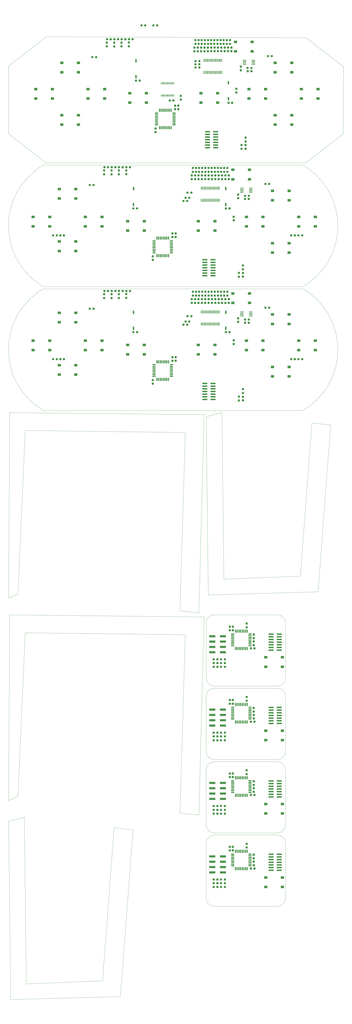
<source format=gbr>
%TF.GenerationSoftware,KiCad,Pcbnew,7.0.6-7.0.6~ubuntu20.04.1*%
%TF.CreationDate,2023-07-11T09:29:22+02:00*%
%TF.ProjectId,output_panel2023-07-11_072908.4244690000,6f757470-7574-45f7-9061-6e656c323032,rev?*%
%TF.SameCoordinates,Original*%
%TF.FileFunction,Paste,Top*%
%TF.FilePolarity,Positive*%
%FSLAX45Y45*%
G04 Gerber Fmt 4.5, Leading zero omitted, Abs format (unit mm)*
G04 Created by KiCad (PCBNEW 7.0.6-7.0.6~ubuntu20.04.1) date 2023-07-11 09:29:22*
%MOMM*%
%LPD*%
G01*
G04 APERTURE LIST*
G04 Aperture macros list*
%AMRoundRect*
0 Rectangle with rounded corners*
0 $1 Rounding radius*
0 $2 $3 $4 $5 $6 $7 $8 $9 X,Y pos of 4 corners*
0 Add a 4 corners polygon primitive as box body*
4,1,4,$2,$3,$4,$5,$6,$7,$8,$9,$2,$3,0*
0 Add four circle primitives for the rounded corners*
1,1,$1+$1,$2,$3*
1,1,$1+$1,$4,$5*
1,1,$1+$1,$6,$7*
1,1,$1+$1,$8,$9*
0 Add four rect primitives between the rounded corners*
20,1,$1+$1,$2,$3,$4,$5,0*
20,1,$1+$1,$4,$5,$6,$7,0*
20,1,$1+$1,$6,$7,$8,$9,0*
20,1,$1+$1,$8,$9,$2,$3,0*%
G04 Aperture macros list end*
%TA.AperFunction,Profile*%
%ADD10C,0.100000*%
%TD*%
%TA.AperFunction,Profile*%
%ADD11C,0.050000*%
%TD*%
%ADD12RoundRect,0.237500X-0.237500X0.250000X-0.237500X-0.250000X0.237500X-0.250000X0.237500X0.250000X0*%
%ADD13RoundRect,0.237500X-0.250000X-0.237500X0.250000X-0.237500X0.250000X0.237500X-0.250000X0.237500X0*%
%ADD14RoundRect,0.237500X-0.300000X-0.237500X0.300000X-0.237500X0.300000X0.237500X-0.300000X0.237500X0*%
%ADD15RoundRect,0.237500X-0.287500X-0.237500X0.287500X-0.237500X0.287500X0.237500X-0.287500X0.237500X0*%
%ADD16R,1.550000X1.300000*%
%ADD17RoundRect,0.237500X-0.237500X0.300000X-0.237500X-0.300000X0.237500X-0.300000X0.237500X0.300000X0*%
%ADD18RoundRect,0.100000X0.100000X-0.637500X0.100000X0.637500X-0.100000X0.637500X-0.100000X-0.637500X0*%
%ADD19RoundRect,0.237500X-0.237500X0.287500X-0.237500X-0.287500X0.237500X-0.287500X0.237500X0.287500X0*%
%ADD20R,0.760000X1.600000*%
%ADD21RoundRect,0.237500X0.237500X-0.250000X0.237500X0.250000X-0.237500X0.250000X-0.237500X-0.250000X0*%
%ADD22RoundRect,0.237500X0.250000X0.237500X-0.250000X0.237500X-0.250000X-0.237500X0.250000X-0.237500X0*%
%ADD23RoundRect,0.237500X0.237500X-0.300000X0.237500X0.300000X-0.237500X0.300000X-0.237500X-0.300000X0*%
%ADD24R,2.400000X0.740000*%
%ADD25RoundRect,0.237500X0.287500X0.237500X-0.287500X0.237500X-0.287500X-0.237500X0.287500X-0.237500X0*%
%ADD26R,3.000000X1.000000*%
%ADD27RoundRect,0.100000X-0.712500X-0.100000X0.712500X-0.100000X0.712500X0.100000X-0.712500X0.100000X0*%
%ADD28RoundRect,0.237500X0.300000X0.237500X-0.300000X0.237500X-0.300000X-0.237500X0.300000X-0.237500X0*%
%ADD29RoundRect,0.125000X0.625000X0.125000X-0.625000X0.125000X-0.625000X-0.125000X0.625000X-0.125000X0*%
%ADD30RoundRect,0.125000X0.125000X0.625000X-0.125000X0.625000X-0.125000X-0.625000X0.125000X-0.625000X0*%
%ADD31RoundRect,0.125000X0.125000X-0.625000X0.125000X0.625000X-0.125000X0.625000X-0.125000X-0.625000X0*%
%ADD32RoundRect,0.125000X0.625000X-0.125000X0.625000X0.125000X-0.625000X0.125000X-0.625000X-0.125000X0*%
%ADD33R,0.400000X1.000000*%
G04 APERTURE END LIST*
D10*
X13299982Y-35019691D02*
X13299982Y-37619691D01*
D11*
X4549997Y-45067694D02*
X899996Y-45217694D01*
X99999Y-17969997D02*
X9399999Y-18069997D01*
D10*
X13299982Y-28019691D02*
X13299982Y-30619691D01*
D11*
X9149999Y-37169688D02*
X8249999Y-37069688D01*
D10*
X13299982Y-38519691D02*
X13299982Y-41119691D01*
X9899982Y-27619691D02*
X12899982Y-27619691D01*
D11*
X14123822Y-17870000D02*
G75*
G03*
X14123822Y-12070000I-1674316J2900000D01*
G01*
D10*
X12899982Y-34519692D02*
G75*
G03*
X13299982Y-34119691I-2J400002D01*
G01*
D11*
X49999Y-26819997D02*
X99999Y-17969997D01*
D10*
X16070000Y-1480000D02*
X16050000Y-4670000D01*
D11*
X1723822Y-12070000D02*
G75*
G03*
X1723822Y-17870000I1674316J-2900000D01*
G01*
D10*
X9499979Y-37619691D02*
G75*
G03*
X9899982Y-38019691I400001J1D01*
G01*
X1723822Y-6170000D02*
X14123822Y-6170000D01*
X1850000Y-50000D02*
X14270000Y-90000D01*
D11*
X49996Y-37467694D02*
X149997Y-45967694D01*
D10*
X9899982Y-34619691D02*
X12899982Y-34619691D01*
D11*
X899996Y-45217694D02*
X799996Y-37267694D01*
D10*
X9899982Y-38119692D02*
G75*
G03*
X9499982Y-38519691I-2J-399998D01*
G01*
D11*
X9399999Y-27719688D02*
X9149999Y-37169688D01*
D10*
X1850000Y-6070000D02*
X50000Y-4670000D01*
X13299979Y-38519691D02*
G75*
G03*
X12899982Y-38119691I-399999J1D01*
G01*
D11*
X499999Y-26619997D02*
X49999Y-26819997D01*
D10*
X14270000Y-90000D02*
X16070000Y-1480000D01*
X1723822Y-17870000D02*
X14123822Y-17870000D01*
X13299979Y-28019691D02*
G75*
G03*
X12899982Y-27619691I-399999J1D01*
G01*
X1723822Y-11970000D02*
X14123822Y-11970000D01*
X9899982Y-31119691D02*
X12899982Y-31119691D01*
D11*
X8499999Y-28569688D02*
X849999Y-28469688D01*
X849999Y-18819997D02*
X499999Y-26619997D01*
D10*
X14250000Y-6070000D02*
X1850000Y-6070000D01*
X1723822Y-12070000D02*
X14123822Y-12070000D01*
D11*
X14123822Y-11970000D02*
G75*
G03*
X14123822Y-6170000I-1674316J2900000D01*
G01*
D10*
X9899982Y-38119691D02*
X12899982Y-38119691D01*
X13299979Y-31519691D02*
G75*
G03*
X12899982Y-31119691I-399999J1D01*
G01*
D11*
X8249999Y-27419997D02*
X8499999Y-18919997D01*
D10*
X16050000Y-4670000D02*
X14250000Y-6070000D01*
X50000Y-1450000D02*
X1850000Y-50000D01*
X13299982Y-31519691D02*
X13299982Y-34119691D01*
X9499979Y-41119691D02*
G75*
G03*
X9899982Y-41519691I400001J1D01*
G01*
D11*
X10349978Y-25918311D02*
X10249978Y-17968311D01*
X9499978Y-18168311D02*
X9599978Y-26668311D01*
D10*
X13299979Y-35019691D02*
G75*
G03*
X12899982Y-34619691I-399999J1D01*
G01*
X9499979Y-30619691D02*
G75*
G03*
X9899982Y-31019691I400001J1D01*
G01*
X12899982Y-38019691D02*
X9899982Y-38019691D01*
D11*
X8249999Y-37069688D02*
X8499999Y-28569688D01*
X499999Y-36269688D02*
X49999Y-36469688D01*
D10*
X12899982Y-41519692D02*
G75*
G03*
X13299982Y-41119691I-2J400002D01*
G01*
D11*
X14549978Y-18468311D02*
X13999978Y-25768311D01*
X5399997Y-45817694D02*
X5999996Y-37867694D01*
X14849978Y-26518311D02*
X15449978Y-18568311D01*
X15449978Y-18568311D02*
X14549978Y-18468311D01*
D10*
X9499982Y-30619691D02*
X9499982Y-28019691D01*
D11*
X9149999Y-27519997D02*
X8249999Y-27419997D01*
D10*
X9499979Y-34119691D02*
G75*
G03*
X9899982Y-34519691I400001J1D01*
G01*
D11*
X13999978Y-25768311D02*
X10349978Y-25918311D01*
D10*
X9499982Y-37619691D02*
X9499982Y-35019691D01*
X9899982Y-34619692D02*
G75*
G03*
X9499982Y-35019691I-2J-399998D01*
G01*
X9899982Y-27619692D02*
G75*
G03*
X9499982Y-28019691I-2J-399998D01*
G01*
X9499982Y-34119691D02*
X9499982Y-31519691D01*
D11*
X49999Y-36469688D02*
X99999Y-27619688D01*
X99999Y-27619688D02*
X9399999Y-27719688D01*
X149997Y-45967694D02*
X5399997Y-45817694D01*
D10*
X12899982Y-34519691D02*
X9899982Y-34519691D01*
D11*
X1723822Y-6170000D02*
G75*
G03*
X1723822Y-11970000I1674316J-2900000D01*
G01*
X849999Y-28469688D02*
X499999Y-36269688D01*
D10*
X9899982Y-31119692D02*
G75*
G03*
X9499982Y-31519691I-2J-399998D01*
G01*
X12899982Y-31019692D02*
G75*
G03*
X13299982Y-30619691I-2J400002D01*
G01*
D11*
X8499999Y-18919997D02*
X849999Y-18819997D01*
D10*
X12899982Y-41519691D02*
X9899982Y-41519691D01*
D11*
X9399999Y-18069997D02*
X9149999Y-27519997D01*
D10*
X50000Y-4670000D02*
X50000Y-1450000D01*
X12899982Y-31019691D02*
X9899982Y-31019691D01*
D11*
X5099997Y-37767694D02*
X4549997Y-45067694D01*
X799996Y-37267694D02*
X49996Y-37467694D01*
D10*
X12899982Y-38019692D02*
G75*
G03*
X13299982Y-37619691I-2J400002D01*
G01*
D11*
X5999996Y-37867694D02*
X5099997Y-37767694D01*
X9599978Y-26668311D02*
X14849978Y-26518311D01*
D10*
X9499982Y-41119691D02*
X9499982Y-38519691D01*
D11*
X10249978Y-17968311D02*
X9499978Y-18168311D01*
D12*
X11063822Y-17212500D03*
X11063822Y-17395000D03*
D13*
X10210607Y-40239691D03*
X10393107Y-40239691D03*
D14*
X10447072Y-8240000D03*
X10619572Y-8240000D03*
D15*
X5686322Y-12170000D03*
X5861322Y-12170000D03*
D16*
X2476322Y-13215000D03*
X3271322Y-13215000D03*
X2476322Y-13665000D03*
X3271322Y-13665000D03*
D13*
X10210607Y-29739691D03*
X10393107Y-29739691D03*
D12*
X11063822Y-11312500D03*
X11063822Y-11495000D03*
D13*
X3932572Y-13020000D03*
X4115072Y-13020000D03*
D12*
X5328822Y-6426250D03*
X5328822Y-6608750D03*
D17*
X8046222Y-15330950D03*
X8046222Y-15503450D03*
D18*
X9274722Y-7847650D03*
X9339722Y-7847650D03*
X9404722Y-7847650D03*
X9469722Y-7847650D03*
X9534722Y-7847650D03*
X9599722Y-7847650D03*
X9664722Y-7847650D03*
X9729722Y-7847650D03*
X9794722Y-7847650D03*
X9859722Y-7847650D03*
X9924722Y-7847650D03*
X9989722Y-7847650D03*
X10054722Y-7847650D03*
X10119722Y-7847650D03*
X10119722Y-7275150D03*
X10054722Y-7275150D03*
X9989722Y-7275150D03*
X9924722Y-7275150D03*
X9859722Y-7275150D03*
X9794722Y-7275150D03*
X9729722Y-7275150D03*
X9664722Y-7275150D03*
X9599722Y-7275150D03*
X9534722Y-7275150D03*
X9469722Y-7275150D03*
X9404722Y-7275150D03*
X9339722Y-7275150D03*
X9274722Y-7275150D03*
D12*
X5328822Y-12326250D03*
X5328822Y-12508750D03*
D15*
X4762500Y-170000D03*
X4937500Y-170000D03*
D13*
X6978750Y490000D03*
X7161250Y490000D03*
D16*
X5852500Y-2745000D03*
X6647500Y-2745000D03*
X5852500Y-3195000D03*
X6647500Y-3195000D03*
X14052500Y-2545000D03*
X14847500Y-2545000D03*
X14052500Y-2995000D03*
X14847500Y-2995000D03*
D17*
X10823322Y-14532000D03*
X10823322Y-14704500D03*
D19*
X9781322Y-6662500D03*
X9781322Y-6837500D03*
D20*
X6023822Y-13951000D03*
X6023822Y-13189000D03*
D21*
X10340000Y-392500D03*
X10340000Y-210000D03*
D13*
X10210607Y-33419691D03*
X10393107Y-33419691D03*
D15*
X11362322Y-7790000D03*
X11537322Y-7790000D03*
D16*
X5747322Y-14745000D03*
X6542322Y-14745000D03*
X5747322Y-15195000D03*
X6542322Y-15195000D03*
D19*
X10067500Y-562500D03*
X10067500Y-737500D03*
D15*
X4986322Y-12170000D03*
X5161322Y-12170000D03*
D16*
X11552500Y-2545000D03*
X12347500Y-2545000D03*
X11552500Y-2995000D03*
X12347500Y-2995000D03*
D22*
X9178050Y-1359800D03*
X8995550Y-1359800D03*
D23*
X11775982Y-35730941D03*
X11775982Y-35558441D03*
D16*
X12676322Y-7395000D03*
X13471322Y-7395000D03*
X12676322Y-7845000D03*
X13471322Y-7845000D03*
D22*
X8696072Y-7730000D03*
X8513572Y-7730000D03*
D24*
X12994982Y-39800691D03*
X12604982Y-39800691D03*
X12994982Y-39673691D03*
X12604982Y-39673691D03*
X12994982Y-39546691D03*
X12604982Y-39546691D03*
X12994982Y-39419691D03*
X12604982Y-39419691D03*
X12994982Y-39292691D03*
X12604982Y-39292691D03*
X12994982Y-39165691D03*
X12604982Y-39165691D03*
X12994982Y-39038691D03*
X12604982Y-39038691D03*
D16*
X2476322Y-15715000D03*
X3271322Y-15715000D03*
X2476322Y-16165000D03*
X3271322Y-16165000D03*
X12676322Y-15795000D03*
X13471322Y-15795000D03*
X12676322Y-16245000D03*
X13471322Y-16245000D03*
D17*
X10823322Y-8632000D03*
X10823322Y-8804500D03*
D19*
X10101322Y-12562500D03*
X10101322Y-12737500D03*
D13*
X6017572Y-8240000D03*
X6200072Y-8240000D03*
D25*
X10039357Y-37099691D03*
X9864357Y-37099691D03*
D21*
X9140000Y-392500D03*
X9140000Y-210000D03*
X9313822Y-6492500D03*
X9313822Y-6310000D03*
D19*
X10261322Y-12562500D03*
X10261322Y-12737500D03*
D17*
X7893822Y-15330950D03*
X7893822Y-15503450D03*
D19*
X10710000Y-562500D03*
X10710000Y-737500D03*
D22*
X8796072Y-7480000D03*
X8613572Y-7480000D03*
D13*
X10210607Y-29919691D03*
X10393107Y-29919691D03*
X6143750Y-2140000D03*
X6326250Y-2140000D03*
D21*
X9890000Y-392500D03*
X9890000Y-210000D03*
D13*
X10210607Y-37099691D03*
X10393107Y-37099691D03*
D21*
X9613822Y-6492500D03*
X9613822Y-6310000D03*
D17*
X8020000Y-3330950D03*
X8020000Y-3503450D03*
D25*
X10039357Y-33599691D03*
X9864357Y-33599691D03*
D22*
X8696072Y-13630000D03*
X8513572Y-13630000D03*
D13*
X12332572Y-12970000D03*
X12515072Y-12970000D03*
D19*
X10101322Y-6662500D03*
X10101322Y-6837500D03*
D21*
X8863822Y-6492500D03*
X8863822Y-6310000D03*
D16*
X1226322Y-14545000D03*
X2021322Y-14545000D03*
X1226322Y-14995000D03*
X2021322Y-14995000D03*
D12*
X5455000Y-326250D03*
X5455000Y-508750D03*
D15*
X5462500Y-170000D03*
X5637500Y-170000D03*
D16*
X13926322Y-14545000D03*
X14721322Y-14545000D03*
X13926322Y-14995000D03*
X14721322Y-14995000D03*
D14*
X11638982Y-36213691D03*
X11811482Y-36213691D03*
D19*
X9102500Y-565000D03*
X9102500Y-740000D03*
D14*
X11638982Y-29213691D03*
X11811482Y-29213691D03*
D25*
X10039357Y-33239691D03*
X9864357Y-33239691D03*
D23*
X10779982Y-28355941D03*
X10779982Y-28183441D03*
X10629982Y-28355941D03*
X10629982Y-28183441D03*
D26*
X9797982Y-29400691D03*
X10301982Y-29400691D03*
X9797982Y-29146691D03*
X10301982Y-29146691D03*
X9797982Y-28892691D03*
X10301982Y-28892691D03*
X9797982Y-28638691D03*
X10301982Y-28638691D03*
D27*
X11212572Y-7272500D03*
X11212572Y-7337500D03*
X11212572Y-7402500D03*
X11212572Y-7467500D03*
X11635072Y-7467500D03*
X11635072Y-7402500D03*
X11635072Y-7337500D03*
X11635072Y-7272500D03*
D13*
X8413572Y-13780000D03*
X8596072Y-13780000D03*
D23*
X11775982Y-39561191D03*
X11775982Y-39388691D03*
D15*
X5686322Y-6270000D03*
X5861322Y-6270000D03*
D19*
X9907500Y-562500D03*
X9907500Y-737500D03*
D25*
X10039357Y-40419691D03*
X9864357Y-40419691D03*
D21*
X9440000Y-392500D03*
X9440000Y-210000D03*
D26*
X9797982Y-36400691D03*
X10301982Y-36400691D03*
X9797982Y-36146691D03*
X10301982Y-36146691D03*
X9797982Y-35892691D03*
X10301982Y-35892691D03*
X9797982Y-35638691D03*
X10301982Y-35638691D03*
D17*
X11390000Y-5217500D03*
X11390000Y-5390000D03*
D19*
X9745000Y-563750D03*
X9745000Y-738750D03*
D24*
X9441322Y-16583000D03*
X9831322Y-16583000D03*
X9441322Y-16710000D03*
X9831322Y-16710000D03*
X9441322Y-16837000D03*
X9831322Y-16837000D03*
X9441322Y-16964000D03*
X9831322Y-16964000D03*
X9441322Y-17091000D03*
X9831322Y-17091000D03*
X9441322Y-17218000D03*
X9831322Y-17218000D03*
X9441322Y-17345000D03*
X9831322Y-17345000D03*
D12*
X4626322Y-12326250D03*
X4626322Y-12508750D03*
D21*
X9913822Y-6492500D03*
X9913822Y-6310000D03*
X9463822Y-12392500D03*
X9463822Y-12210000D03*
D13*
X11484750Y-1537600D03*
X11667250Y-1537600D03*
D17*
X6954022Y-16423150D03*
X6954022Y-16595650D03*
D25*
X10039357Y-30099691D03*
X9864357Y-30099691D03*
D19*
X10421322Y-12562500D03*
X10421322Y-12737500D03*
D25*
X10039357Y-40239691D03*
X9864357Y-40239691D03*
D14*
X11638982Y-39713691D03*
X11811482Y-39713691D03*
D25*
X10039357Y-36739691D03*
X9864357Y-36739691D03*
D16*
X2602500Y-1295000D03*
X3397500Y-1295000D03*
X2602500Y-1745000D03*
X3397500Y-1745000D03*
D15*
X5812500Y-170000D03*
X5987500Y-170000D03*
D12*
X5102500Y-328750D03*
X5102500Y-511250D03*
D21*
X11441982Y-31717941D03*
X11441982Y-31535441D03*
D13*
X10210607Y-40599691D03*
X10393107Y-40599691D03*
X10210607Y-40419691D03*
X10393107Y-40419691D03*
D21*
X10213822Y-6492500D03*
X10213822Y-6310000D03*
D19*
X9941322Y-12562500D03*
X9941322Y-12737500D03*
D13*
X12458750Y-970000D03*
X12641250Y-970000D03*
D28*
X7936250Y-3090000D03*
X7763750Y-3090000D03*
D24*
X9567500Y-4583000D03*
X9957500Y-4583000D03*
X9567500Y-4710000D03*
X9957500Y-4710000D03*
X9567500Y-4837000D03*
X9957500Y-4837000D03*
X9567500Y-4964000D03*
X9957500Y-4964000D03*
X9567500Y-5091000D03*
X9957500Y-5091000D03*
X9567500Y-5218000D03*
X9957500Y-5218000D03*
X9567500Y-5345000D03*
X9957500Y-5345000D03*
D13*
X8995550Y-1512200D03*
X9178050Y-1512200D03*
D20*
X10440822Y-8051000D03*
X10440822Y-7289000D03*
D19*
X10261322Y-6662500D03*
X10261322Y-6837500D03*
X9136322Y-12565000D03*
X9136322Y-12740000D03*
D16*
X10776322Y-12295000D03*
X11571322Y-12295000D03*
X10776322Y-12745000D03*
X11571322Y-12745000D03*
D23*
X11775982Y-32561191D03*
X11775982Y-32388691D03*
D13*
X11358572Y-13537600D03*
X11541072Y-13537600D03*
D16*
X2476322Y-9815000D03*
X3271322Y-9815000D03*
X2476322Y-10265000D03*
X3271322Y-10265000D03*
D19*
X9619822Y-6663750D03*
X9619822Y-6838750D03*
D29*
X11602482Y-32589691D03*
X11602482Y-32509691D03*
X11602482Y-32429691D03*
X11602482Y-32349691D03*
X11602482Y-32269691D03*
X11602482Y-32189691D03*
X11602482Y-32109691D03*
X11602482Y-32029691D03*
D30*
X11464982Y-31892191D03*
X11384982Y-31892191D03*
X11304982Y-31892191D03*
X11224982Y-31892191D03*
X11144982Y-31892191D03*
X11064982Y-31892191D03*
X10984982Y-31892191D03*
X10904982Y-31892191D03*
D29*
X10767482Y-32029691D03*
X10767482Y-32109691D03*
X10767482Y-32189691D03*
X10767482Y-32269691D03*
X10767482Y-32349691D03*
X10767482Y-32429691D03*
X10767482Y-32509691D03*
X10767482Y-32589691D03*
D30*
X10904982Y-32727191D03*
X10984982Y-32727191D03*
X11064982Y-32727191D03*
X11144982Y-32727191D03*
X11224982Y-32727191D03*
X11304982Y-32727191D03*
X11384982Y-32727191D03*
X11464982Y-32727191D03*
D20*
X6023822Y-8051000D03*
X6023822Y-7289000D03*
X10440822Y-13951000D03*
X10440822Y-13189000D03*
D17*
X8046222Y-9430950D03*
X8046222Y-9603450D03*
D16*
X9126322Y-14745000D03*
X9921322Y-14745000D03*
X9126322Y-15195000D03*
X9921322Y-15195000D03*
X13147482Y-37094691D03*
X12352482Y-37094691D03*
X13147482Y-36644691D03*
X12352482Y-36644691D03*
D24*
X12994982Y-36300691D03*
X12604982Y-36300691D03*
X12994982Y-36173691D03*
X12604982Y-36173691D03*
X12994982Y-36046691D03*
X12604982Y-36046691D03*
X12994982Y-35919691D03*
X12604982Y-35919691D03*
X12994982Y-35792691D03*
X12604982Y-35792691D03*
X12994982Y-35665691D03*
X12604982Y-35665691D03*
X12994982Y-35538691D03*
X12604982Y-35538691D03*
D26*
X9797982Y-32900691D03*
X10301982Y-32900691D03*
X9797982Y-32646691D03*
X10301982Y-32646691D03*
X9797982Y-32392691D03*
X10301982Y-32392691D03*
X9797982Y-32138691D03*
X10301982Y-32138691D03*
D13*
X10210607Y-33599691D03*
X10393107Y-33599691D03*
D31*
X7270000Y-4387500D03*
X7350000Y-4387500D03*
X7430000Y-4387500D03*
X7510000Y-4387500D03*
X7590000Y-4387500D03*
X7670000Y-4387500D03*
X7750000Y-4387500D03*
X7830000Y-4387500D03*
D32*
X7967500Y-4250000D03*
X7967500Y-4170000D03*
X7967500Y-4090000D03*
X7967500Y-4010000D03*
X7967500Y-3930000D03*
X7967500Y-3850000D03*
X7967500Y-3770000D03*
X7967500Y-3690000D03*
D31*
X7830000Y-3552500D03*
X7750000Y-3552500D03*
X7670000Y-3552500D03*
X7590000Y-3552500D03*
X7510000Y-3552500D03*
X7430000Y-3552500D03*
X7350000Y-3552500D03*
X7270000Y-3552500D03*
D32*
X7132500Y-3690000D03*
X7132500Y-3770000D03*
X7132500Y-3850000D03*
X7132500Y-3930000D03*
X7132500Y-4010000D03*
X7132500Y-4090000D03*
X7132500Y-4170000D03*
X7132500Y-4250000D03*
D16*
X3726322Y-8645000D03*
X4521322Y-8645000D03*
X3726322Y-9095000D03*
X4521322Y-9095000D03*
D19*
X8976222Y-6665000D03*
X8976222Y-6840000D03*
D13*
X10210607Y-36919691D03*
X10393107Y-36919691D03*
D19*
X9296322Y-6665000D03*
X9296322Y-6840000D03*
X9941322Y-6662500D03*
X9941322Y-6837500D03*
D12*
X4976322Y-6428750D03*
X4976322Y-6611250D03*
D23*
X11775982Y-32230941D03*
X11775982Y-32058441D03*
D14*
X10573250Y-3197000D03*
X10745750Y-3197000D03*
D21*
X9590000Y-392500D03*
X9590000Y-210000D03*
D17*
X11263822Y-17217500D03*
X11263822Y-17390000D03*
D21*
X9613822Y-12392500D03*
X9613822Y-12210000D03*
D19*
X8942500Y-565000D03*
X8942500Y-740000D03*
D16*
X13147482Y-40594691D03*
X12352482Y-40594691D03*
X13147482Y-40144691D03*
X12352482Y-40144691D03*
D21*
X9313822Y-12392500D03*
X9313822Y-12210000D03*
D27*
X11338750Y-1172500D03*
X11338750Y-1237500D03*
X11338750Y-1302500D03*
X11338750Y-1367500D03*
X11761250Y-1367500D03*
X11761250Y-1302500D03*
X11761250Y-1237500D03*
X11761250Y-1172500D03*
D20*
X6150000Y-1951000D03*
X6150000Y-1189000D03*
D16*
X10776322Y-6395000D03*
X11571322Y-6395000D03*
X10776322Y-6845000D03*
X11571322Y-6845000D03*
D19*
X10547500Y-562500D03*
X10547500Y-737500D03*
D21*
X10063822Y-12392500D03*
X10063822Y-12210000D03*
D19*
X8816322Y-6665000D03*
X8816322Y-6840000D03*
X9456322Y-12565000D03*
X9456322Y-12740000D03*
D22*
X2365870Y-15425000D03*
X2183370Y-15425000D03*
D23*
X10629982Y-38855941D03*
X10629982Y-38683441D03*
D24*
X12994982Y-32800691D03*
X12604982Y-32800691D03*
X12994982Y-32673691D03*
X12604982Y-32673691D03*
X12994982Y-32546691D03*
X12604982Y-32546691D03*
X12994982Y-32419691D03*
X12604982Y-32419691D03*
X12994982Y-32292691D03*
X12604982Y-32292691D03*
X12994982Y-32165691D03*
X12604982Y-32165691D03*
X12994982Y-32038691D03*
X12604982Y-32038691D03*
D12*
X11190000Y-5212500D03*
X11190000Y-5395000D03*
D19*
X9262500Y-565000D03*
X9262500Y-740000D03*
D23*
X10629982Y-31855941D03*
X10629982Y-31683441D03*
D12*
X5683822Y-12321250D03*
X5683822Y-12503750D03*
D25*
X10039357Y-29919691D03*
X9864357Y-29919691D03*
D24*
X9441322Y-10683000D03*
X9831322Y-10683000D03*
X9441322Y-10810000D03*
X9831322Y-10810000D03*
X9441322Y-10937000D03*
X9831322Y-10937000D03*
X9441322Y-11064000D03*
X9831322Y-11064000D03*
X9441322Y-11191000D03*
X9831322Y-11191000D03*
X9441322Y-11318000D03*
X9831322Y-11318000D03*
X9441322Y-11445000D03*
X9831322Y-11445000D03*
D15*
X5112500Y-170000D03*
X5287500Y-170000D03*
D12*
X4752500Y-326250D03*
X4752500Y-508750D03*
D19*
X8816322Y-12565000D03*
X8816322Y-12740000D03*
D21*
X10213822Y-12392500D03*
X10213822Y-12210000D03*
D16*
X9252500Y-2745000D03*
X10047500Y-2745000D03*
X9252500Y-3195000D03*
X10047500Y-3195000D03*
D21*
X10490000Y-392500D03*
X10490000Y-210000D03*
D19*
X10421322Y-6662500D03*
X10421322Y-6837500D03*
D13*
X10210607Y-33239691D03*
X10393107Y-33239691D03*
D27*
X11212572Y-13172500D03*
X11212572Y-13237500D03*
X11212572Y-13302500D03*
X11212572Y-13367500D03*
X11635072Y-13367500D03*
X11635072Y-13302500D03*
X11635072Y-13237500D03*
X11635072Y-13172500D03*
D14*
X2528370Y-9525000D03*
X2700870Y-9525000D03*
D19*
X9422500Y-565000D03*
X9422500Y-740000D03*
D21*
X11441982Y-38717941D03*
X11441982Y-38535441D03*
D16*
X11426322Y-14545000D03*
X12221322Y-14545000D03*
X11426322Y-14995000D03*
X12221322Y-14995000D03*
D21*
X10040000Y-392500D03*
X10040000Y-210000D03*
D20*
X10567000Y-3008000D03*
X10567000Y-2246000D03*
D19*
X10387500Y-562500D03*
X10387500Y-737500D03*
D21*
X9013822Y-12392500D03*
X9013822Y-12210000D03*
D13*
X10210607Y-36739691D03*
X10393107Y-36739691D03*
D12*
X11263822Y-16858750D03*
X11263822Y-17041250D03*
D21*
X8290000Y-3050000D03*
X8290000Y-2867500D03*
D13*
X8413572Y-7880000D03*
X8596072Y-7880000D03*
D12*
X11263822Y-10958750D03*
X11263822Y-11141250D03*
D23*
X11775982Y-28730941D03*
X11775982Y-28558441D03*
D16*
X1352500Y-2545000D03*
X2147500Y-2545000D03*
X1352500Y-2995000D03*
X2147500Y-2995000D03*
D21*
X9913822Y-12392500D03*
X9913822Y-12210000D03*
D24*
X12994982Y-29300691D03*
X12604982Y-29300691D03*
X12994982Y-29173691D03*
X12604982Y-29173691D03*
X12994982Y-29046691D03*
X12604982Y-29046691D03*
X12994982Y-28919691D03*
X12604982Y-28919691D03*
X12994982Y-28792691D03*
X12604982Y-28792691D03*
X12994982Y-28665691D03*
X12604982Y-28665691D03*
X12994982Y-28538691D03*
X12604982Y-28538691D03*
D16*
X12802500Y-1295000D03*
X13597500Y-1295000D03*
X12802500Y-1745000D03*
X13597500Y-1745000D03*
D29*
X11602482Y-29089691D03*
X11602482Y-29009691D03*
X11602482Y-28929691D03*
X11602482Y-28849691D03*
X11602482Y-28769691D03*
X11602482Y-28689691D03*
X11602482Y-28609691D03*
X11602482Y-28529691D03*
D30*
X11464982Y-28392191D03*
X11384982Y-28392191D03*
X11304982Y-28392191D03*
X11224982Y-28392191D03*
X11144982Y-28392191D03*
X11064982Y-28392191D03*
X10984982Y-28392191D03*
X10904982Y-28392191D03*
D29*
X10767482Y-28529691D03*
X10767482Y-28609691D03*
X10767482Y-28689691D03*
X10767482Y-28769691D03*
X10767482Y-28849691D03*
X10767482Y-28929691D03*
X10767482Y-29009691D03*
X10767482Y-29089691D03*
D30*
X10904982Y-29227191D03*
X10984982Y-29227191D03*
X11064982Y-29227191D03*
X11144982Y-29227191D03*
X11224982Y-29227191D03*
X11304982Y-29227191D03*
X11384982Y-29227191D03*
X11464982Y-29227191D03*
D21*
X9740000Y-392500D03*
X9740000Y-210000D03*
D16*
X13147482Y-30094691D03*
X12352482Y-30094691D03*
X13147482Y-29644691D03*
X12352482Y-29644691D03*
D28*
X13741275Y-15425000D03*
X13568775Y-15425000D03*
D19*
X9781322Y-12562500D03*
X9781322Y-12737500D03*
D16*
X9126322Y-8845000D03*
X9921322Y-8845000D03*
X9126322Y-9295000D03*
X9921322Y-9295000D03*
D21*
X11441982Y-35217941D03*
X11441982Y-35035441D03*
X9763822Y-6492500D03*
X9763822Y-6310000D03*
X11441982Y-28217941D03*
X11441982Y-28035441D03*
D19*
X9136322Y-6665000D03*
X9136322Y-6840000D03*
D16*
X13147482Y-33594691D03*
X12352482Y-33594691D03*
X13147482Y-33144691D03*
X12352482Y-33144691D03*
X1226322Y-8645000D03*
X2021322Y-8645000D03*
X1226322Y-9095000D03*
X2021322Y-9095000D03*
D12*
X5683822Y-6421250D03*
X5683822Y-6603750D03*
D19*
X10583822Y-12562500D03*
X10583822Y-12737500D03*
D21*
X8990000Y-392500D03*
X8990000Y-210000D03*
D29*
X11602482Y-39589691D03*
X11602482Y-39509691D03*
X11602482Y-39429691D03*
X11602482Y-39349691D03*
X11602482Y-39269691D03*
X11602482Y-39189691D03*
X11602482Y-39109691D03*
X11602482Y-39029691D03*
D30*
X11464982Y-38892191D03*
X11384982Y-38892191D03*
X11304982Y-38892191D03*
X11224982Y-38892191D03*
X11144982Y-38892191D03*
X11064982Y-38892191D03*
X10984982Y-38892191D03*
X10904982Y-38892191D03*
D29*
X10767482Y-39029691D03*
X10767482Y-39109691D03*
X10767482Y-39189691D03*
X10767482Y-39269691D03*
X10767482Y-39349691D03*
X10767482Y-39429691D03*
X10767482Y-39509691D03*
X10767482Y-39589691D03*
D30*
X10904982Y-39727191D03*
X10984982Y-39727191D03*
X11064982Y-39727191D03*
X11144982Y-39727191D03*
X11224982Y-39727191D03*
X11304982Y-39727191D03*
X11384982Y-39727191D03*
X11464982Y-39727191D03*
D13*
X6407500Y490000D03*
X6590000Y490000D03*
D12*
X4976322Y-12328750D03*
X4976322Y-12511250D03*
D19*
X10583822Y-6662500D03*
X10583822Y-6837500D03*
D21*
X10063822Y-6492500D03*
X10063822Y-6310000D03*
D15*
X11488500Y-1690000D03*
X11663500Y-1690000D03*
D25*
X10039357Y-36919691D03*
X9864357Y-36919691D03*
D15*
X4636322Y-6270000D03*
X4811322Y-6270000D03*
X4986322Y-6270000D03*
X5161322Y-6270000D03*
D17*
X11028822Y-13473750D03*
X11028822Y-13646250D03*
X11155000Y-1473750D03*
X11155000Y-1646250D03*
D23*
X11775982Y-39230941D03*
X11775982Y-39058441D03*
D14*
X11638982Y-32713691D03*
X11811482Y-32713691D03*
D22*
X8796072Y-13380000D03*
X8613572Y-13380000D03*
D12*
X11390000Y-4858750D03*
X11390000Y-5041250D03*
D22*
X2365870Y-9525000D03*
X2183370Y-9525000D03*
D23*
X11775982Y-36061191D03*
X11775982Y-35888691D03*
D16*
X12676322Y-13295000D03*
X13471322Y-13295000D03*
X12676322Y-13745000D03*
X13471322Y-13745000D03*
D18*
X9274722Y-13747650D03*
X9339722Y-13747650D03*
X9404722Y-13747650D03*
X9469722Y-13747650D03*
X9534722Y-13747650D03*
X9599722Y-13747650D03*
X9664722Y-13747650D03*
X9729722Y-13747650D03*
X9794722Y-13747650D03*
X9859722Y-13747650D03*
X9924722Y-13747650D03*
X9989722Y-13747650D03*
X10054722Y-13747650D03*
X10119722Y-13747650D03*
X10119722Y-13175150D03*
X10054722Y-13175150D03*
X9989722Y-13175150D03*
X9924722Y-13175150D03*
X9859722Y-13175150D03*
X9794722Y-13175150D03*
X9729722Y-13175150D03*
X9664722Y-13175150D03*
X9599722Y-13175150D03*
X9534722Y-13175150D03*
X9469722Y-13175150D03*
X9404722Y-13175150D03*
X9339722Y-13175150D03*
X9274722Y-13175150D03*
D15*
X5336322Y-6270000D03*
X5511322Y-6270000D03*
D16*
X10902500Y-295000D03*
X11697500Y-295000D03*
X10902500Y-745000D03*
X11697500Y-745000D03*
X12802500Y-3795000D03*
X13597500Y-3795000D03*
X12802500Y-4245000D03*
X13597500Y-4245000D03*
D21*
X9463822Y-6492500D03*
X9463822Y-6310000D03*
D15*
X11362322Y-13690000D03*
X11537322Y-13690000D03*
D21*
X10363822Y-6492500D03*
X10363822Y-6310000D03*
D23*
X11775982Y-29061191D03*
X11775982Y-28888691D03*
D13*
X4058750Y-1020000D03*
X4241250Y-1020000D03*
D19*
X10227500Y-562500D03*
X10227500Y-737500D03*
D21*
X9763822Y-12392500D03*
X9763822Y-12210000D03*
D19*
X8976222Y-12565000D03*
X8976222Y-12740000D03*
D21*
X10640000Y-392500D03*
X10640000Y-210000D03*
D23*
X10779982Y-31855941D03*
X10779982Y-31683441D03*
D17*
X10949500Y-2532000D03*
X10949500Y-2704500D03*
D23*
X7080200Y-4595650D03*
X7080200Y-4423150D03*
D25*
X10039357Y-40599691D03*
X9864357Y-40599691D03*
D12*
X4626322Y-6426250D03*
X4626322Y-6608750D03*
D16*
X2476322Y-7315000D03*
X3271322Y-7315000D03*
X2476322Y-7765000D03*
X3271322Y-7765000D03*
D25*
X10039357Y-33419691D03*
X9864357Y-33419691D03*
X10039357Y-29739691D03*
X9864357Y-29739691D03*
D16*
X11426322Y-8645000D03*
X12221322Y-8645000D03*
X11426322Y-9095000D03*
X12221322Y-9095000D03*
D17*
X6954022Y-10523150D03*
X6954022Y-10695650D03*
D21*
X10363822Y-12392500D03*
X10363822Y-12210000D03*
D13*
X10210607Y-30099691D03*
X10393107Y-30099691D03*
D17*
X8172400Y-3330950D03*
X8172400Y-3503450D03*
D31*
X7143822Y-10487500D03*
X7223822Y-10487500D03*
X7303822Y-10487500D03*
X7383822Y-10487500D03*
X7463822Y-10487500D03*
X7543822Y-10487500D03*
X7623822Y-10487500D03*
X7703822Y-10487500D03*
D32*
X7841322Y-10350000D03*
X7841322Y-10270000D03*
X7841322Y-10190000D03*
X7841322Y-10110000D03*
X7841322Y-10030000D03*
X7841322Y-9950000D03*
X7841322Y-9870000D03*
X7841322Y-9790000D03*
D31*
X7703822Y-9652500D03*
X7623822Y-9652500D03*
X7543822Y-9652500D03*
X7463822Y-9652500D03*
X7383822Y-9652500D03*
X7303822Y-9652500D03*
X7223822Y-9652500D03*
X7143822Y-9652500D03*
D32*
X7006322Y-9790000D03*
X7006322Y-9870000D03*
X7006322Y-9950000D03*
X7006322Y-10030000D03*
X7006322Y-10110000D03*
X7006322Y-10190000D03*
X7006322Y-10270000D03*
X7006322Y-10350000D03*
D12*
X5810000Y-321250D03*
X5810000Y-503750D03*
D21*
X9290000Y-392500D03*
X9290000Y-210000D03*
X10513822Y-12392500D03*
X10513822Y-12210000D03*
D26*
X9797982Y-39900691D03*
X10301982Y-39900691D03*
X9797982Y-39646691D03*
X10301982Y-39646691D03*
X9797982Y-39392691D03*
X10301982Y-39392691D03*
X9797982Y-39138691D03*
X10301982Y-39138691D03*
D23*
X10779982Y-38855941D03*
X10779982Y-38683441D03*
D16*
X5747322Y-8845000D03*
X6542322Y-8845000D03*
X5747322Y-9295000D03*
X6542322Y-9295000D03*
D21*
X8863822Y-12392500D03*
X8863822Y-12210000D03*
D23*
X10779982Y-35355941D03*
X10779982Y-35183441D03*
D17*
X11028822Y-7573750D03*
X11028822Y-7746250D03*
D22*
X9178050Y-1207400D03*
X8995550Y-1207400D03*
D15*
X5336322Y-12170000D03*
X5511322Y-12170000D03*
D18*
X9400900Y-1747650D03*
X9465900Y-1747650D03*
X9530900Y-1747650D03*
X9595900Y-1747650D03*
X9660900Y-1747650D03*
X9725900Y-1747650D03*
X9790900Y-1747650D03*
X9855900Y-1747650D03*
X9920900Y-1747650D03*
X9985900Y-1747650D03*
X10050900Y-1747650D03*
X10115900Y-1747650D03*
X10180900Y-1747650D03*
X10245900Y-1747650D03*
X10245900Y-1175150D03*
X10180900Y-1175150D03*
X10115900Y-1175150D03*
X10050900Y-1175150D03*
X9985900Y-1175150D03*
X9920900Y-1175150D03*
X9855900Y-1175150D03*
X9790900Y-1175150D03*
X9725900Y-1175150D03*
X9660900Y-1175150D03*
X9595900Y-1175150D03*
X9530900Y-1175150D03*
X9465900Y-1175150D03*
X9400900Y-1175150D03*
D19*
X9296322Y-12565000D03*
X9296322Y-12740000D03*
D15*
X4636322Y-12170000D03*
X4811322Y-12170000D03*
D13*
X13913775Y-9525000D03*
X14096275Y-9525000D03*
X13913775Y-15425000D03*
X14096275Y-15425000D03*
D21*
X9160822Y-6492500D03*
X9160822Y-6310000D03*
D13*
X6017572Y-14140000D03*
X6200072Y-14140000D03*
D16*
X13926322Y-8645000D03*
X14721322Y-8645000D03*
X13926322Y-9095000D03*
X14721322Y-9095000D03*
D23*
X10629982Y-35355941D03*
X10629982Y-35183441D03*
D19*
X9582500Y-565000D03*
X9582500Y-740000D03*
D14*
X2528370Y-15425000D03*
X2700870Y-15425000D03*
D29*
X11602482Y-36089691D03*
X11602482Y-36009691D03*
X11602482Y-35929691D03*
X11602482Y-35849691D03*
X11602482Y-35769691D03*
X11602482Y-35689691D03*
X11602482Y-35609691D03*
X11602482Y-35529691D03*
D30*
X11464982Y-35392191D03*
X11384982Y-35392191D03*
X11304982Y-35392191D03*
X11224982Y-35392191D03*
X11144982Y-35392191D03*
X11064982Y-35392191D03*
X10984982Y-35392191D03*
X10904982Y-35392191D03*
D29*
X10767482Y-35529691D03*
X10767482Y-35609691D03*
X10767482Y-35689691D03*
X10767482Y-35769691D03*
X10767482Y-35849691D03*
X10767482Y-35929691D03*
X10767482Y-36009691D03*
X10767482Y-36089691D03*
D30*
X10904982Y-36227191D03*
X10984982Y-36227191D03*
X11064982Y-36227191D03*
X11144982Y-36227191D03*
X11224982Y-36227191D03*
X11304982Y-36227191D03*
X11384982Y-36227191D03*
X11464982Y-36227191D03*
D21*
X10190000Y-392500D03*
X10190000Y-210000D03*
X10513822Y-6492500D03*
X10513822Y-6310000D03*
D17*
X11263822Y-11317500D03*
X11263822Y-11490000D03*
D13*
X12332572Y-7070000D03*
X12515072Y-7070000D03*
D16*
X12676322Y-9895000D03*
X13471322Y-9895000D03*
X12676322Y-10345000D03*
X13471322Y-10345000D03*
D13*
X3932572Y-7120000D03*
X4115072Y-7120000D03*
D21*
X9160822Y-12392500D03*
X9160822Y-12210000D03*
X9013822Y-6492500D03*
X9013822Y-6310000D03*
D14*
X10447072Y-14140000D03*
X10619572Y-14140000D03*
D19*
X9619822Y-12563750D03*
X9619822Y-12738750D03*
D31*
X7143822Y-16387500D03*
X7223822Y-16387500D03*
X7303822Y-16387500D03*
X7383822Y-16387500D03*
X7463822Y-16387500D03*
X7543822Y-16387500D03*
X7623822Y-16387500D03*
X7703822Y-16387500D03*
D32*
X7841322Y-16250000D03*
X7841322Y-16170000D03*
X7841322Y-16090000D03*
X7841322Y-16010000D03*
X7841322Y-15930000D03*
X7841322Y-15850000D03*
X7841322Y-15770000D03*
X7841322Y-15690000D03*
D31*
X7703822Y-15552500D03*
X7623822Y-15552500D03*
X7543822Y-15552500D03*
X7463822Y-15552500D03*
X7383822Y-15552500D03*
X7303822Y-15552500D03*
X7223822Y-15552500D03*
X7143822Y-15552500D03*
D32*
X7006322Y-15690000D03*
X7006322Y-15770000D03*
X7006322Y-15850000D03*
X7006322Y-15930000D03*
X7006322Y-16010000D03*
X7006322Y-16090000D03*
X7006322Y-16170000D03*
X7006322Y-16250000D03*
D16*
X2602500Y-3795000D03*
X3397500Y-3795000D03*
X2602500Y-4245000D03*
X3397500Y-4245000D03*
D17*
X7893822Y-9430950D03*
X7893822Y-9603450D03*
D16*
X3852500Y-2545000D03*
X4647500Y-2545000D03*
X3852500Y-2995000D03*
X4647500Y-2995000D03*
D13*
X11358572Y-7637600D03*
X11541072Y-7637600D03*
D16*
X3726322Y-14545000D03*
X4521322Y-14545000D03*
X3726322Y-14995000D03*
X4521322Y-14995000D03*
D19*
X9456322Y-6665000D03*
X9456322Y-6840000D03*
D33*
X7365000Y-2850000D03*
X7430000Y-2850000D03*
X7495000Y-2850000D03*
X7560000Y-2850000D03*
X7625000Y-2850000D03*
X7690000Y-2850000D03*
X7755000Y-2850000D03*
X7820000Y-2850000D03*
X7885000Y-2850000D03*
X7950000Y-2850000D03*
X7950000Y-2270000D03*
X7885000Y-2270000D03*
X7820000Y-2270000D03*
X7755000Y-2270000D03*
X7690000Y-2270000D03*
X7625000Y-2270000D03*
X7560000Y-2270000D03*
X7495000Y-2270000D03*
X7430000Y-2270000D03*
X7365000Y-2270000D03*
D28*
X13741275Y-9525000D03*
X13568775Y-9525000D03*
M02*

</source>
